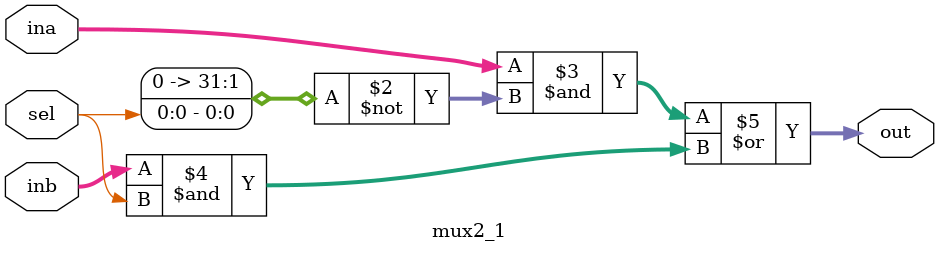
<source format=v>
`timescale 1ns / 1ps



module mux2_1(  input [31:0] ina,inb,
                input sel,
                output [31:0] out );
    assign out = (ina & ~sel ) | (inb & sel);
endmodule

</source>
